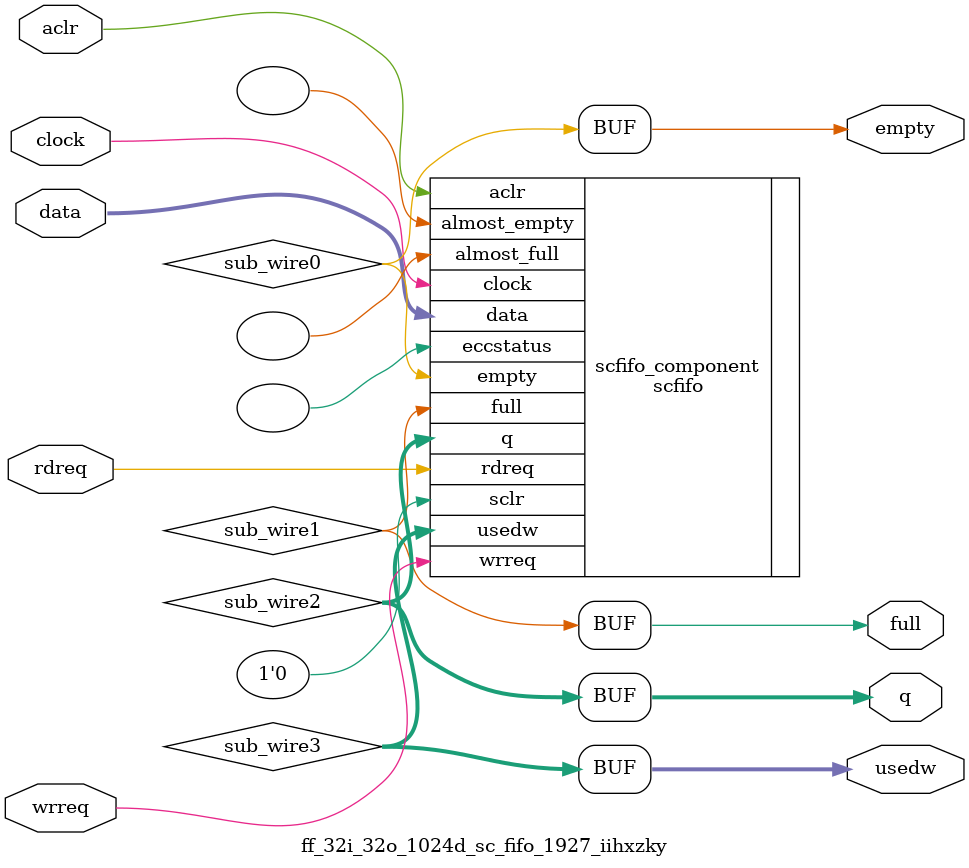
<source format=v>



`timescale 1 ps / 1 ps
// synopsys translate_on
module  ff_32i_32o_1024d_sc_fifo_1927_iihxzky  (
    aclr,
    clock,
    data,
    rdreq,
    wrreq,
    empty,
    full,
    q,
    usedw);

    input    aclr;
    input    clock;
    input  [31:0]  data;
    input    rdreq;
    input    wrreq;
    output   empty;
    output   full;
    output [31:0]  q;
    output [9:0]  usedw;

    wire  sub_wire0;
    wire  sub_wire1;
    wire [31:0] sub_wire2;
    wire [9:0] sub_wire3;
    wire  empty = sub_wire0;
    wire  full = sub_wire1;
    wire [31:0] q = sub_wire2[31:0];
    wire [9:0] usedw = sub_wire3[9:0];

    scfifo  scfifo_component (
                .aclr (aclr),
                .clock (clock),
                .data (data),
                .rdreq (rdreq),
                .wrreq (wrreq),
                .empty (sub_wire0),
                .full (sub_wire1),
                .q (sub_wire2),
                .usedw (sub_wire3),
                .almost_empty (),
                .almost_full (),
                .eccstatus (),
                .sclr (1'b0));
    defparam
        scfifo_component.add_ram_output_register  = "ON",
        scfifo_component.enable_ecc  = "FALSE",
        scfifo_component.intended_device_family  = "Agilex 7",
        scfifo_component.lpm_numwords  = 1024,
        scfifo_component.lpm_showahead  = "OFF",
        scfifo_component.lpm_type  = "scfifo",
        scfifo_component.lpm_width  = 32,
        scfifo_component.lpm_widthu  = 10,
        scfifo_component.overflow_checking  = "ON",
        scfifo_component.underflow_checking  = "ON",
        scfifo_component.use_eab  = "ON";


endmodule



</source>
